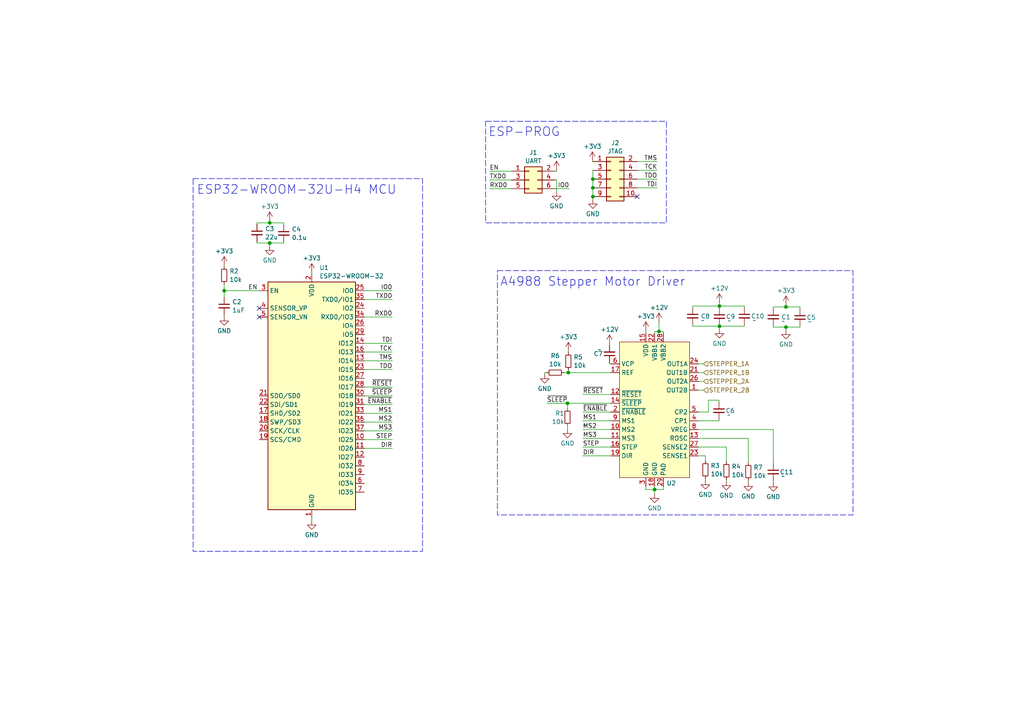
<source format=kicad_sch>
(kicad_sch (version 20230121) (generator eeschema)
  (paper "A4")
  (lib_symbols
    (symbol "Connector_Generic:Conn_02x03_Odd_Even" (pin_names (offset 1.016) hide)
      (property "Reference" "J" (at 1.27 5.08 0))
      (property "Value" "Conn_02x03_Odd_Even" (at 1.27 -5.08 0))
      (symbol "Conn_02x03_Odd_Even_1_1"
        (rectangle (start -1.27 -2.413) (end 0 -2.667) (stroke (width 0.1524)))
        (rectangle (start -1.27 0.127) (end 0 -0.127) (stroke (width 0.1524)))
        (rectangle (start -1.27 2.667) (end 0 2.413) (stroke (width 0.1524)))
        (rectangle (start -1.27 3.81) (end 3.81 -3.81) (stroke (width 0.254)) (fill (type background)))
        (rectangle (start 3.81 -2.413) (end 2.54 -2.667) (stroke (width 0.1524)))
        (rectangle (start 3.81 0.127) (end 2.54 -0.127) (stroke (width 0.1524)))
        (rectangle (start 3.81 2.667) (end 2.54 2.413) (stroke (width 0.1524)))
        (pin passive line (at -5.08 2.54 0) (length 3.81) (name "Pin_1") (number "1"))
        (pin passive line (at 7.62 2.54 180) (length 3.81) (name "Pin_2") (number "2"))
        (pin passive line (at -5.08 0 0) (length 3.81) (name "Pin_3") (number "3"))
        (pin passive line (at 7.62 0 180) (length 3.81) (name "Pin_4") (number "4"))
        (pin passive line (at -5.08 -2.54 0) (length 3.81) (name "Pin_5") (number "5"))
        (pin passive line (at 7.62 -2.54 180) (length 3.81) (name "Pin_6") (number "6"))
      )
    )
    (symbol "Connector_Generic:Conn_02x05_Odd_Even" (pin_names (offset 1.016) hide)
      (property "Reference" "J" (at 1.27 7.62 0))
      (property "Value" "Conn_02x05_Odd_Even" (at 1.27 -7.62 0))
      (symbol "Conn_02x05_Odd_Even_1_1"
        (rectangle (start -1.27 -4.953) (end 0 -5.207) (stroke (width 0.1524)))
        (rectangle (start -1.27 -2.413) (end 0 -2.667) (stroke (width 0.1524)))
        (rectangle (start -1.27 0.127) (end 0 -0.127) (stroke (width 0.1524)))
        (rectangle (start -1.27 2.667) (end 0 2.413) (stroke (width 0.1524)))
        (rectangle (start -1.27 5.207) (end 0 4.953) (stroke (width 0.1524)))
        (rectangle (start -1.27 6.35) (end 3.81 -6.35) (stroke (width 0.254)) (fill (type background)))
        (rectangle (start 3.81 -4.953) (end 2.54 -5.207) (stroke (width 0.1524)))
        (rectangle (start 3.81 -2.413) (end 2.54 -2.667) (stroke (width 0.1524)))
        (rectangle (start 3.81 0.127) (end 2.54 -0.127) (stroke (width 0.1524)))
        (rectangle (start 3.81 2.667) (end 2.54 2.413) (stroke (width 0.1524)))
        (rectangle (start 3.81 5.207) (end 2.54 4.953) (stroke (width 0.1524)))
        (pin passive line (at -5.08 5.08 0) (length 3.81) (name "Pin_1") (number "1"))
        (pin passive line (at 7.62 -5.08 180) (length 3.81) (name "Pin_10") (number "10"))
        (pin passive line (at 7.62 5.08 180) (length 3.81) (name "Pin_2") (number "2"))
        (pin passive line (at -5.08 2.54 0) (length 3.81) (name "Pin_3") (number "3"))
        (pin passive line (at 7.62 2.54 180) (length 3.81) (name "Pin_4") (number "4"))
        (pin passive line (at -5.08 0 0) (length 3.81) (name "Pin_5") (number "5"))
        (pin passive line (at 7.62 0 180) (length 3.81) (name "Pin_6") (number "6"))
        (pin passive line (at -5.08 -2.54 0) (length 3.81) (name "Pin_7") (number "7"))
        (pin passive line (at 7.62 -2.54 180) (length 3.81) (name "Pin_8") (number "8"))
        (pin passive line (at -5.08 -5.08 0) (length 3.81) (name "Pin_9") (number "9"))
      )
    )
    (symbol "Device:C_Small" (pin_numbers hide) (pin_names (offset 0.254) hide)
      (property "Reference" "C" (at 0.254 1.778 0))
      (property "Value" "C_Small" (at 0.254 -2.032 0))
      (symbol "C_Small_0_1"
        (polyline (pts (xy -1.524 -0.508) (xy 1.524 -0.508)) (stroke (width 0.3302)))
        (polyline (pts (xy -1.524 0.508) (xy 1.524 0.508)) (stroke (width 0.3048)))
      )
      (symbol "C_Small_1_1"
        (pin passive line (at 0 2.54 270) (length 2.032) (name "~") (number "1"))
        (pin passive line (at 0 -2.54 90) (length 2.032) (name "~") (number "2"))
      )
    )
    (symbol "Device:R_Small" (pin_numbers hide) (pin_names (offset 0.254) hide)
      (property "Reference" "R" (at 0.762 0.508 0))
      (property "Value" "R_Small" (at 0.762 -1.016 0))
      (symbol "R_Small_0_1"
        (rectangle (start -0.762 1.778) (end 0.762 -1.778) (stroke (width 0.2032)))
      )
      (symbol "R_Small_1_1"
        (pin passive line (at 0 2.54 270) (length 0.762) (name "~") (number "1"))
        (pin passive line (at 0 -2.54 90) (length 0.762) (name "~") (number "2"))
      )
    )
    (symbol "RF_Module:ESP32-WROOM-32"
      (property "Reference" "U" (at -12.7 34.29 0))
      (property "Value" "ESP32-WROOM-32" (at 1.27 34.29 0))
      (symbol "ESP32-WROOM-32_0_1"
        (rectangle (start -12.7 33.02) (end 12.7 -33.02) (stroke (width 0.254)) (fill (type background)))
      )
      (symbol "ESP32-WROOM-32_1_1"
        (pin power_in line (at 0 -35.56 90) (length 2.54) (name "GND") (number "1"))
        (pin bidirectional line (at 15.24 -12.7 180) (length 2.54) (name "IO25") (number "10"))
        (pin bidirectional line (at 15.24 -15.24 180) (length 2.54) (name "IO26") (number "11"))
        (pin bidirectional line (at 15.24 -17.78 180) (length 2.54) (name "IO27") (number "12"))
        (pin bidirectional line (at 15.24 10.16 180) (length 2.54) (name "IO14") (number "13"))
        (pin bidirectional line (at 15.24 15.24 180) (length 2.54) (name "IO12") (number "14"))
        (pin passive line (at 0 -35.56 90) (length 2.54) hide (name "GND") (number "15"))
        (pin bidirectional line (at 15.24 12.7 180) (length 2.54) (name "IO13") (number "16"))
        (pin bidirectional line (at -15.24 -5.08 0) (length 2.54) (name "SHD/SD2") (number "17"))
        (pin bidirectional line (at -15.24 -7.62 0) (length 2.54) (name "SWP/SD3") (number "18"))
        (pin bidirectional line (at -15.24 -12.7 0) (length 2.54) (name "SCS/CMD") (number "19"))
        (pin power_in line (at 0 35.56 270) (length 2.54) (name "VDD") (number "2"))
        (pin bidirectional line (at -15.24 -10.16 0) (length 2.54) (name "SCK/CLK") (number "20"))
        (pin bidirectional line (at -15.24 0 0) (length 2.54) (name "SDO/SD0") (number "21"))
        (pin bidirectional line (at -15.24 -2.54 0) (length 2.54) (name "SDI/SD1") (number "22"))
        (pin bidirectional line (at 15.24 7.62 180) (length 2.54) (name "IO15") (number "23"))
        (pin bidirectional line (at 15.24 25.4 180) (length 2.54) (name "IO2") (number "24"))
        (pin bidirectional line (at 15.24 30.48 180) (length 2.54) (name "IO0") (number "25"))
        (pin bidirectional line (at 15.24 20.32 180) (length 2.54) (name "IO4") (number "26"))
        (pin bidirectional line (at 15.24 5.08 180) (length 2.54) (name "IO16") (number "27"))
        (pin bidirectional line (at 15.24 2.54 180) (length 2.54) (name "IO17") (number "28"))
        (pin bidirectional line (at 15.24 17.78 180) (length 2.54) (name "IO5") (number "29"))
        (pin input line (at -15.24 30.48 0) (length 2.54) (name "EN") (number "3"))
        (pin bidirectional line (at 15.24 0 180) (length 2.54) (name "IO18") (number "30"))
        (pin bidirectional line (at 15.24 -2.54 180) (length 2.54) (name "IO19") (number "31"))
        (pin no_connect line (at -12.7 -27.94 0) (length 2.54) hide (name "NC") (number "32"))
        (pin bidirectional line (at 15.24 -5.08 180) (length 2.54) (name "IO21") (number "33"))
        (pin bidirectional line (at 15.24 22.86 180) (length 2.54) (name "RXD0/IO3") (number "34"))
        (pin bidirectional line (at 15.24 27.94 180) (length 2.54) (name "TXD0/IO1") (number "35"))
        (pin bidirectional line (at 15.24 -7.62 180) (length 2.54) (name "IO22") (number "36"))
        (pin bidirectional line (at 15.24 -10.16 180) (length 2.54) (name "IO23") (number "37"))
        (pin passive line (at 0 -35.56 90) (length 2.54) hide (name "GND") (number "38"))
        (pin passive line (at 0 -35.56 90) (length 2.54) hide (name "GND") (number "39"))
        (pin input line (at -15.24 25.4 0) (length 2.54) (name "SENSOR_VP") (number "4"))
        (pin input line (at -15.24 22.86 0) (length 2.54) (name "SENSOR_VN") (number "5"))
        (pin input line (at 15.24 -25.4 180) (length 2.54) (name "IO34") (number "6"))
        (pin input line (at 15.24 -27.94 180) (length 2.54) (name "IO35") (number "7"))
        (pin bidirectional line (at 15.24 -20.32 180) (length 2.54) (name "IO32") (number "8"))
        (pin bidirectional line (at 15.24 -22.86 180) (length 2.54) (name "IO33") (number "9"))
      )
    )
    (symbol "custom:A4988"
      (property "Reference" "U" (at -1.27 1.27 0))
      (symbol "A4988_0_0"
        (pin output line (at 22.86 -13.97 180) (length 2.54) (name "OUT2B") (number "1"))
        (pin input line (at -2.54 -25.4 0) (length 2.54) (name "MS2") (number "10"))
        (pin input line (at -2.54 -27.94 0) (length 2.54) (name "MS3") (number "11"))
        (pin passive line (at 22.86 -27.94 180) (length 2.54) (name "ROSC") (number "13"))
        (pin power_in line (at 7.62 2.54 270) (length 2.54) (name "VDD") (number "15"))
        (pin input line (at -2.54 -30.48 0) (length 2.54) (name "STEP") (number "16"))
        (pin passive line (at -2.54 -8.89 0) (length 2.54) (name "REF") (number "17"))
        (pin power_in line (at 10.16 -41.91 90) (length 2.54) (name "GND") (number "18"))
        (pin input line (at -2.54 -33.02 0) (length 2.54) (name "DIR") (number "19"))
        (pin output line (at 22.86 -8.89 180) (length 2.54) (name "OUT1B") (number "21"))
        (pin power_in line (at 10.16 2.54 270) (length 2.54) (name "VBB1") (number "22"))
        (pin passive line (at 22.86 -33.02 180) (length 2.54) (name "SENSE1") (number "23"))
        (pin output line (at 22.86 -6.35 180) (length 2.54) (name "OUT1A") (number "24"))
        (pin output line (at 22.86 -11.43 180) (length 2.54) (name "OUT2A") (number "26"))
        (pin passive line (at 22.86 -30.48 180) (length 2.54) (name "SENSE2") (number "27"))
        (pin power_in line (at 12.7 2.54 270) (length 2.54) (name "VBB2") (number "28"))
        (pin power_in line (at 7.62 -41.91 90) (length 2.54) (name "GND") (number "3"))
        (pin passive line (at 22.86 -22.86 180) (length 2.54) (name "CP1") (number "4"))
        (pin passive line (at 22.86 -20.32 180) (length 2.54) (name "CP2") (number "5"))
        (pin passive line (at -2.54 -6.35 0) (length 2.54) (name "VCP") (number "6"))
        (pin passive line (at 22.86 -25.4 180) (length 2.54) (name "VREG") (number "8"))
        (pin input line (at -2.54 -22.86 0) (length 2.54) (name "MS1") (number "9"))
      )
      (symbol "A4988_1_0"
        (pin input line (at -2.54 -15.24 0) (length 2.54) (name "~{RESET}") (number "12"))
        (pin input line (at -2.54 -17.78 0) (length 2.54) (name "~{SLEEP}") (number "14"))
        (pin input line (at -2.54 -20.32 0) (length 2.54) (name "~{ENABLE}") (number "2"))
        (pin no_connect line (at 2.54 -41.91 90) (length 2.54) hide (name "NC") (number "20"))
        (pin no_connect line (at 16.51 -41.91 90) (length 2.54) hide (name "NC") (number "25"))
        (pin power_in line (at 12.7 -41.91 90) (length 2.54) (name "PAD") (number "29"))
        (pin no_connect line (at 5.08 -41.91 90) (length 2.54) hide (name "NC") (number "7"))
      )
      (symbol "A4988_1_1"
        (rectangle (start 0 0) (end 20.32 -39.37) (fill (type background)))
      )
    )
    (symbol "power:+12V" (power) (pin_names (offset 0))
      (property "Value" "+12V" (at 0 3.556 0))
      (symbol "+12V_0_1"
        (polyline (pts (xy -0.762 1.27) (xy 0 2.54)))
        (polyline (pts (xy 0 0) (xy 0 2.54)))
        (polyline (pts (xy 0 2.54) (xy 0.762 1.27)))
      )
      (symbol "+12V_1_1"
        (pin power_in line (at 0 0 90) (length 0) hide (name "+12V") (number "1"))
      )
    )
    (symbol "power:+3V3" (power) (pin_names (offset 0))
      (property "Value" "+3V3" (at 0 3.556 0))
      (symbol "+3V3_0_1"
        (polyline (pts (xy -0.762 1.27) (xy 0 2.54)))
        (polyline (pts (xy 0 0) (xy 0 2.54)))
        (polyline (pts (xy 0 2.54) (xy 0.762 1.27)))
      )
      (symbol "+3V3_1_1"
        (pin power_in line (at 0 0 90) (length 0) hide (name "+3V3") (number "1"))
      )
    )
    (symbol "power:GND" (power) (pin_names (offset 0))
      (property "Value" "GND" (at 0 -3.81 0))
      (symbol "GND_0_1"
        (polyline (pts (xy 0 0) (xy 0 -1.27) (xy 1.27 -1.27) (xy 0 -2.54) (xy -1.27 -1.27) (xy 0 -1.27)))
      )
      (symbol "GND_1_1"
        (pin power_in line (at 0 0 270) (length 0) hide (name "GND") (number "1"))
      )
    )
  )
  (junction (at 65.024 84.328))
  (junction (at 171.958 51.943))
  (junction (at 208.661 88.773))
  (junction (at 164.846 108.077))
  (junction (at 208.661 94.615))
  (junction (at 189.865 141.986))
  (junction (at 164.592 116.967))
  (junction (at 227.965 94.869))
  (junction (at 191.135 96.139))
  (junction (at 78.232 64.643))
  (junction (at 227.965 89.027))
  (junction (at 78.232 70.485))
  (junction (at 171.958 54.483))
  (junction (at 171.958 57.023))
  (no_connect (at 75.184 91.948))
  (no_connect (at 75.184 89.408))
  (no_connect (at 184.785 57.023))
  (wire (pts (xy 227.965 94.869) (xy 227.965 95.758)))
  (wire (pts (xy 202.565 110.617) (xy 204.089 110.617)))
  (wire (pts (xy 208.534 122.047) (xy 208.534 121.666)))
  (wire (pts (xy 165.1 54.737) (xy 161.036 54.737)))
  (wire (pts (xy 171.958 57.023) (xy 172.085 57.023)))
  (wire (pts (xy 164.592 123.571) (xy 164.592 124.46)))
  (wire (pts (xy 74.549 65.024) (xy 74.549 64.643)))
  (wire (pts (xy 224.282 139.446) (xy 224.282 139.954)))
  (wire (pts (xy 90.424 78.994) (xy 90.424 79.248)))
  (wire (pts (xy 161.036 52.197) (xy 161.417 52.197)))
  (wire (pts (xy 177.165 114.427) (xy 169.037 114.427)))
  (wire (pts (xy 141.986 54.737) (xy 148.336 54.737)))
  (wire (pts (xy 164.846 108.077) (xy 164.846 107.315)))
  (wire (pts (xy 224.282 124.587) (xy 224.282 134.366)))
  (wire (pts (xy 208.661 94.615) (xy 208.661 94.361)))
  (wire (pts (xy 141.986 49.657) (xy 148.336 49.657)))
  (wire (pts (xy 192.405 96.139) (xy 192.405 96.647)))
  (wire (pts (xy 105.664 127.508) (xy 113.792 127.508)))
  (wire (pts (xy 217.043 139.319) (xy 217.043 139.827)))
  (wire (pts (xy 90.424 150.368) (xy 90.424 151.003)))
  (wire (pts (xy 105.664 84.328) (xy 113.792 84.328)))
  (wire (pts (xy 208.534 116.078) (xy 205.486 116.078)))
  (wire (pts (xy 200.914 94.234) (xy 200.914 94.615)))
  (wire (pts (xy 184.785 49.403) (xy 190.627 49.403)))
  (wire (pts (xy 105.664 107.188) (xy 113.792 107.188)))
  (wire (pts (xy 105.664 86.868) (xy 113.792 86.868)))
  (wire (pts (xy 189.865 96.647) (xy 189.865 96.139)))
  (wire (pts (xy 189.865 96.139) (xy 191.135 96.139)))
  (wire (pts (xy 208.534 116.078) (xy 208.534 116.586)))
  (wire (pts (xy 105.664 99.568) (xy 113.792 99.568)))
  (wire (pts (xy 202.565 127.127) (xy 217.043 127.127)))
  (wire (pts (xy 205.486 119.507) (xy 202.565 119.507)))
  (wire (pts (xy 191.135 96.139) (xy 192.405 96.139)))
  (wire (pts (xy 204.597 132.207) (xy 204.597 133.731)))
  (wire (pts (xy 65.024 84.328) (xy 65.024 86.233)))
  (wire (pts (xy 208.661 94.615) (xy 208.661 95.504)))
  (wire (pts (xy 177.165 129.667) (xy 169.037 129.667)))
  (wire (pts (xy 176.784 99.695) (xy 176.784 100.076)))
  (wire (pts (xy 210.693 129.667) (xy 210.693 133.985)))
  (wire (pts (xy 157.988 108.077) (xy 158.496 108.077)))
  (wire (pts (xy 177.165 105.537) (xy 176.784 105.537)))
  (wire (pts (xy 227.965 89.027) (xy 232.029 89.027)))
  (wire (pts (xy 78.232 70.485) (xy 78.232 71.374)))
  (wire (pts (xy 192.405 141.986) (xy 192.405 141.097)))
  (wire (pts (xy 202.565 108.077) (xy 204.089 108.077)))
  (wire (pts (xy 65.024 91.313) (xy 65.024 91.821)))
  (wire (pts (xy 171.958 54.483) (xy 172.085 54.483)))
  (wire (pts (xy 65.024 82.423) (xy 65.024 84.328)))
  (wire (pts (xy 82.296 64.643) (xy 82.296 65.151)))
  (wire (pts (xy 105.664 122.428) (xy 113.792 122.428)))
  (wire (pts (xy 215.9 88.773) (xy 215.9 89.154)))
  (wire (pts (xy 65.024 84.328) (xy 75.184 84.328)))
  (wire (pts (xy 191.135 93.345) (xy 191.135 96.139)))
  (wire (pts (xy 205.486 116.078) (xy 205.486 119.507)))
  (wire (pts (xy 105.664 124.968) (xy 113.792 124.968)))
  (wire (pts (xy 158.623 116.967) (xy 164.592 116.967)))
  (wire (pts (xy 189.865 141.097) (xy 189.865 141.986)))
  (wire (pts (xy 171.958 51.943) (xy 172.085 51.943)))
  (wire (pts (xy 171.831 46.609) (xy 171.831 46.863)))
  (wire (pts (xy 208.661 88.773) (xy 208.661 89.281)))
  (wire (pts (xy 141.986 52.197) (xy 148.336 52.197)))
  (wire (pts (xy 189.865 141.986) (xy 192.405 141.986)))
  (wire (pts (xy 177.165 124.587) (xy 169.037 124.587)))
  (wire (pts (xy 171.958 57.023) (xy 171.958 57.912)))
  (wire (pts (xy 190.627 46.863) (xy 184.785 46.863)))
  (wire (pts (xy 232.029 94.869) (xy 232.029 94.615)))
  (wire (pts (xy 105.664 130.048) (xy 113.792 130.048)))
  (wire (pts (xy 204.597 138.811) (xy 204.597 139.319)))
  (wire (pts (xy 208.661 87.757) (xy 208.661 88.773)))
  (wire (pts (xy 177.165 132.207) (xy 169.037 132.207)))
  (wire (pts (xy 200.914 94.615) (xy 208.661 94.615)))
  (wire (pts (xy 210.693 139.065) (xy 210.693 139.573)))
  (wire (pts (xy 105.664 91.948) (xy 113.792 91.948)))
  (wire (pts (xy 78.232 64.643) (xy 82.296 64.643)))
  (wire (pts (xy 164.592 116.967) (xy 164.592 118.491)))
  (wire (pts (xy 227.965 94.869) (xy 232.029 94.869)))
  (wire (pts (xy 232.029 89.027) (xy 232.029 89.535)))
  (wire (pts (xy 202.565 124.587) (xy 224.282 124.587)))
  (wire (pts (xy 202.565 122.047) (xy 208.534 122.047)))
  (wire (pts (xy 187.325 141.986) (xy 189.865 141.986)))
  (wire (pts (xy 74.549 70.104) (xy 74.549 70.485)))
  (wire (pts (xy 172.085 49.403) (xy 171.958 49.403)))
  (wire (pts (xy 202.565 113.157) (xy 204.089 113.157)))
  (wire (pts (xy 171.958 54.483) (xy 171.958 57.023)))
  (wire (pts (xy 163.576 108.077) (xy 164.846 108.077)))
  (wire (pts (xy 164.846 101.854) (xy 164.846 102.235)))
  (wire (pts (xy 224.282 89.027) (xy 227.965 89.027)))
  (wire (pts (xy 74.549 70.485) (xy 78.232 70.485)))
  (wire (pts (xy 224.282 89.408) (xy 224.282 89.027)))
  (wire (pts (xy 200.914 88.773) (xy 208.661 88.773)))
  (wire (pts (xy 202.565 105.537) (xy 204.089 105.537)))
  (wire (pts (xy 105.664 112.268) (xy 113.792 112.268)))
  (wire (pts (xy 187.325 141.097) (xy 187.325 141.986)))
  (wire (pts (xy 224.282 94.488) (xy 224.282 94.869)))
  (wire (pts (xy 78.232 64.008) (xy 78.232 64.643)))
  (wire (pts (xy 74.549 64.643) (xy 78.232 64.643)))
  (wire (pts (xy 105.664 114.808) (xy 113.792 114.808)))
  (wire (pts (xy 176.784 105.537) (xy 176.784 105.156)))
  (wire (pts (xy 217.043 127.127) (xy 217.043 134.239)))
  (wire (pts (xy 184.785 54.483) (xy 190.627 54.483)))
  (wire (pts (xy 105.664 119.888) (xy 113.792 119.888)))
  (wire (pts (xy 177.165 116.967) (xy 164.592 116.967)))
  (wire (pts (xy 171.958 49.403) (xy 171.958 51.943)))
  (wire (pts (xy 224.282 94.869) (xy 227.965 94.869)))
  (wire (pts (xy 161.417 49.657) (xy 161.417 49.276)))
  (wire (pts (xy 215.9 94.615) (xy 208.661 94.615)))
  (wire (pts (xy 177.165 127.127) (xy 169.037 127.127)))
  (wire (pts (xy 171.831 46.863) (xy 172.085 46.863)))
  (wire (pts (xy 65.024 76.962) (xy 65.024 77.343)))
  (wire (pts (xy 177.165 108.077) (xy 164.846 108.077)))
  (wire (pts (xy 161.417 52.197) (xy 161.417 55.626)))
  (wire (pts (xy 215.9 94.234) (xy 215.9 94.615)))
  (wire (pts (xy 189.865 141.986) (xy 189.865 143.256)))
  (wire (pts (xy 177.165 122.047) (xy 169.037 122.047)))
  (wire (pts (xy 169.037 119.507) (xy 177.165 119.507)))
  (wire (pts (xy 208.661 88.773) (xy 215.9 88.773)))
  (wire (pts (xy 113.792 104.648) (xy 105.664 104.648)))
  (wire (pts (xy 78.232 70.485) (xy 82.296 70.485)))
  (wire (pts (xy 210.693 129.667) (xy 202.565 129.667)))
  (wire (pts (xy 227.965 88.392) (xy 227.965 89.027)))
  (wire (pts (xy 105.664 102.108) (xy 113.792 102.108)))
  (wire (pts (xy 202.565 132.207) (xy 204.597 132.207)))
  (wire (pts (xy 82.296 70.485) (xy 82.296 70.231)))
  (wire (pts (xy 200.914 89.154) (xy 200.914 88.773)))
  (wire (pts (xy 113.792 117.348) (xy 105.664 117.348)))
  (wire (pts (xy 187.325 95.885) (xy 187.325 96.647)))
  (wire (pts (xy 184.785 51.943) (xy 190.627 51.943)))
  (wire (pts (xy 161.036 49.657) (xy 161.417 49.657)))
  (wire (pts (xy 171.958 51.943) (xy 171.958 54.483)))
  (wire (pts (xy 157.988 108.585) (xy 157.988 108.077)))
  (rectangle (start 56.007 51.816) (end 122.555 159.893) (stroke (width 0) (type dash)))
  (rectangle (start 140.843 35.179) (end 193.294 64.643) (stroke (width 0) (type dash)))
  (rectangle (start 144.272 78.486) (end 247.396 149.352) (stroke (width 0) (type dash)))
  (text "ESP-PROG" (at 141.605 39.878 0) (effects (font (size 2.54 2.54)) (justify left bottom)))
  (text "A4988 Stepper Motor Driver" (at 145.034 83.312 0) (effects (font (size 2.54 2.54)) (justify left bottom)))
  (text "ESP32-WROOM-32U-H4 MCU" (at 57.023 56.642 0) (effects (font (size 2.54 2.54)) (justify left bottom)))
  (label "RXD0" (at 141.986 54.737 0))
  (label "TMS" (at 113.792 104.648 180))
  (label "~{ENABLE}" (at 169.037 119.507 0))
  (label "DIR" (at 113.792 130.048 180))
  (label "MS1" (at 169.037 122.047 0))
  (label "IO0" (at 165.1 54.737 180))
  (label "TMS" (at 190.627 46.863 180))
  (label "~{RESET}" (at 169.037 114.427 0))
  (label "MS3" (at 169.037 127.127 0))
  (label "~{RESET}" (at 113.792 112.268 180))
  (label "MS2" (at 169.037 124.587 0))
  (label "EN" (at 141.986 49.657 0))
  (label "TDO" (at 113.792 107.188 180))
  (label "~{SLEEP}" (at 113.792 114.808 180))
  (label "TCK" (at 113.792 102.108 180))
  (label "TDI" (at 113.792 99.568 180))
  (label "TDI" (at 190.627 54.483 180))
  (label "~{ENABLE}" (at 113.792 117.348 180))
  (label "MS2" (at 113.792 122.428 180))
  (label "MS1" (at 113.792 119.888 180))
  (label "MS3" (at 113.792 124.968 180))
  (label "~{SLEEP}" (at 158.623 116.967 0))
  (label "STEP" (at 113.792 127.508 180))
  (label "TCK" (at 190.627 49.403 180))
  (label "TXD0" (at 113.792 86.868 180))
  (label "RXD0" (at 113.792 91.948 180))
  (label "IO0" (at 113.792 84.328 180))
  (label "EN" (at 74.676 84.328 180))
  (label "STEP" (at 169.037 129.667 0))
  (label "TXD0" (at 141.986 52.197 0))
  (label "TDO" (at 190.627 51.943 180))
  (label "DIR" (at 169.037 132.207 0))
  (hierarchical_label "STEPPER_2B" (shape input) (at 204.089 113.157 0))
  (hierarchical_label "STEPPER_1A" (shape input) (at 204.089 105.537 0))
  (hierarchical_label "STEPPER_1B" (shape input) (at 204.089 108.077 0))
  (hierarchical_label "STEPPER_2A" (shape input) (at 204.089 110.617 0))
  (symbol (lib_id "power:GND") (at 164.592 124.46 0) (unit 1)
    (property "Reference" "#PWR019" (effects hide))
    (property "Value" "GND" (at 164.592 128.5931 0))
  )
  (symbol (lib_id "power:GND") (at 204.597 139.319 0) (unit 1)
    (property "Reference" "#PWR020" (effects hide))
    (property "Value" "GND" (at 204.597 143.4521 0))
  )
  (symbol (lib_id "power:+3V3") (at 161.417 49.276 0) (unit 1)
    (property "Reference" "#PWR02" (effects hide))
    (property "Value" "+3V3" (at 161.417 45.1429 0))
  )
  (symbol (lib_id "power:GND") (at 210.693 139.573 0) (unit 1)
    (property "Reference" "#PWR021" (effects hide))
    (property "Value" "GND" (at 210.693 143.7061 0))
  )
  (symbol (lib_id "Device:R_Small") (at 217.043 136.779 0) (unit 1)
    (property "Reference" "R7" (at 218.5416 135.5669 0) (effects (justify left)))
    (property "Value" "10k" (at 218.5416 137.9911 0) (effects (justify left)))
  )
  (symbol (lib_id "power:+12V") (at 176.784 99.695 0) (unit 1)
    (property "Reference" "#PWR016" (effects hide))
    (property "Value" "+12V" (at 176.784 95.5619 0))
  )
  (symbol (lib_id "Connector_Generic:Conn_02x05_Odd_Even") (at 177.165 51.943 0) (unit 1)
    (property "Reference" "J2" (at 178.435 41.4487 0))
    (property "Value" "JTAG" (at 178.435 43.8729 0))
  )
  (symbol (lib_id "power:+3V3") (at 171.831 46.609 0) (unit 1)
    (property "Reference" "#PWR010" (effects hide))
    (property "Value" "+3V3" (at 171.831 42.4759 0))
  )
  (symbol (lib_id "power:+12V") (at 208.661 87.757 0) (unit 1)
    (property "Reference" "#PWR017" (effects hide))
    (property "Value" "+12V" (at 208.661 83.6239 0))
  )
  (symbol (lib_id "Device:C_Small") (at 74.549 67.564 0) (unit 1)
    (property "Reference" "C3" (at 76.8731 66.3582 0) (effects (justify left)))
    (property "Value" "22u" (at 76.8731 68.7824 0) (effects (justify left)))
  )
  (symbol (lib_id "Device:R_Small") (at 65.024 79.883 0) (unit 1)
    (property "Reference" "R2" (at 66.5226 78.6709 0) (effects (justify left)))
    (property "Value" "10k" (at 66.5226 81.0951 0) (effects (justify left)))
  )
  (symbol (lib_id "power:+3V3") (at 65.024 76.962 0) (unit 1)
    (property "Reference" "#PWR06" (effects hide))
    (property "Value" "+3V3" (at 65.024 72.8289 0))
  )
  (symbol (lib_id "power:GND") (at 171.958 57.912 0) (unit 1)
    (property "Reference" "#PWR011" (effects hide))
    (property "Value" "GND" (at 171.958 62.0451 0))
  )
  (symbol (lib_id "Device:R_Small") (at 164.592 121.031 0) (unit 1)
    (property "Reference" "R1" (at 163.703 119.888 0) (effects (justify right)))
    (property "Value" "10k" (at 163.703 122.3122 0) (effects (justify right)))
  )
  (symbol (lib_id "power:GND") (at 224.282 139.954 0) (unit 1)
    (property "Reference" "#PWR025" (effects hide))
    (property "Value" "GND" (at 224.282 144.0871 0))
  )
  (symbol (lib_id "power:GND") (at 208.661 95.504 0) (unit 1)
    (property "Reference" "#PWR018" (effects hide))
    (property "Value" "GND" (at 208.661 99.6371 0))
  )
  (symbol (lib_id "power:GND") (at 161.417 55.626 0) (unit 1)
    (property "Reference" "#PWR03" (effects hide))
    (property "Value" "GND" (at 161.417 59.7591 0))
  )
  (symbol (lib_id "power:+12V") (at 191.135 93.345 0) (unit 1)
    (property "Reference" "#PWR012" (effects hide))
    (property "Value" "+12V" (at 191.135 89.2119 0))
  )
  (symbol (lib_id "Device:C_Small") (at 224.282 136.906 0) (unit 1)
    (property "Reference" "C11" (at 226.187 136.906 0) (effects (justify left)))
    (property "Value" "~" (at 226.6061 138.1244 0) (effects (justify left)))
  )
  (symbol (lib_id "power:GND") (at 157.988 108.585 0) (unit 1)
    (property "Reference" "#PWR022" (effects hide))
    (property "Value" "GND" (at 157.988 112.7181 0))
  )
  (symbol (lib_id "Device:C_Small") (at 208.661 91.821 0) (unit 1)
    (property "Reference" "C9" (at 210.566 91.821 0) (effects (justify left)))
    (property "Value" "~" (at 210.9851 93.0394 0) (effects (justify left)))
  )
  (symbol (lib_id "Device:C_Small") (at 208.534 119.126 0) (unit 1)
    (property "Reference" "C6" (at 210.439 119.126 0) (effects (justify left)))
    (property "Value" "~" (at 210.8581 120.3444 0) (effects (justify left)))
  )
  (symbol (lib_id "RF_Module:ESP32-WROOM-32") (at 90.424 114.808 0) (unit 1)
    (property "Reference" "U1" (at 92.6181 77.6437 0) (effects (justify left)))
    (property "Value" "ESP32-WROOM-32" (at 92.6181 80.0679 0) (effects (justify left)))
    (property "Footprint" "RF_Module:ESP32-WROOM-32" (effects hide))
    (property "Datasheet" "https://www.espressif.com/sites/default/files/documentation/esp32-wroom-32_datasheet_en.pdf" (effects hide))
  )
  (symbol (lib_id "Device:R_Small") (at 204.597 136.271 0) (unit 1)
    (property "Reference" "R3" (at 206.0956 135.0589 0) (effects (justify left)))
    (property "Value" "10k" (at 206.0956 137.4831 0) (effects (justify left)))
  )
  (symbol (lib_id "Device:C_Small") (at 82.296 67.691 0) (unit 1)
    (property "Reference" "C4" (at 84.6201 66.4852 0) (effects (justify left)))
    (property "Value" "0.1u" (at 84.6201 68.9094 0) (effects (justify left)))
  )
  (symbol (lib_id "power:+3V3") (at 90.424 78.994 0) (unit 1)
    (property "Reference" "#PWR08" (effects hide))
    (property "Value" "+3V3" (at 90.424 74.8609 0))
  )
  (symbol (lib_id "power:+3V3") (at 227.965 88.392 0) (unit 1)
    (property "Reference" "#PWR014" (effects hide))
    (property "Value" "+3V3" (at 227.965 84.2589 0))
  )
  (symbol (lib_id "Device:C_Small") (at 65.024 88.773 0) (unit 1)
    (property "Reference" "C2" (at 67.3481 87.5672 0) (effects (justify left)))
    (property "Value" "1uF" (at 67.3481 89.9914 0) (effects (justify left)))
  )
  (symbol (lib_id "Device:C_Small") (at 200.914 91.694 0) (unit 1)
    (property "Reference" "C8" (at 203.2381 91.7003 0) (effects (justify left)))
    (property "Value" "~" (at 203.2381 92.9124 0) (effects (justify left)))
  )
  (symbol (lib_id "power:GND") (at 217.043 139.827 0) (unit 1)
    (property "Reference" "#PWR024" (effects hide))
    (property "Value" "GND" (at 217.043 143.9601 0))
  )
  (symbol (lib_id "power:GND") (at 78.232 71.374 0) (unit 1)
    (property "Reference" "#PWR09" (effects hide))
    (property "Value" "GND" (at 78.232 75.5071 0))
  )
  (symbol (lib_id "power:+3V3") (at 78.232 64.008 0) (unit 1)
    (property "Reference" "#PWR07" (effects hide))
    (property "Value" "+3V3" (at 78.232 59.8749 0))
  )
  (symbol (lib_id "Device:R_Small") (at 210.693 136.525 0) (unit 1)
    (property "Reference" "R4" (at 212.1916 135.3129 0) (effects (justify left)))
    (property "Value" "10k" (at 212.1916 137.7371 0) (effects (justify left)))
  )
  (symbol (lib_id "power:GND") (at 189.865 143.256 0) (unit 1)
    (property "Reference" "#PWR013" (effects hide))
    (property "Value" "GND" (at 189.865 147.3891 0))
  )
  (symbol (lib_id "power:GND") (at 90.424 151.003 0) (unit 1)
    (property "Reference" "#PWR01" (effects hide))
    (property "Value" "GND" (at 90.424 155.1361 0))
  )
  (symbol (lib_id "power:+3V3") (at 187.325 95.885 0) (unit 1)
    (property "Reference" "#PWR04" (effects hide))
    (property "Value" "+3V3" (at 187.325 91.7519 0))
  )
  (symbol (lib_id "Device:R_Small") (at 161.036 108.077 90) (unit 1)
    (property "Reference" "R6" (at 161.036 103.1961 90))
    (property "Value" "10k" (at 161.036 105.6203 90))
  )
  (symbol (lib_id "Device:C_Small") (at 176.784 102.616 180) (unit 1)
    (property "Reference" "C7" (at 174.879 102.616 0) (effects (justify left)))
    (property "Value" "~" (at 174.4599 101.3976 0) (effects (justify left)))
  )
  (symbol (lib_id "Connector_Generic:Conn_02x03_Odd_Even") (at 153.416 52.197 0) (unit 1)
    (property "Reference" "J1" (at 154.686 44.2427 0))
    (property "Value" "UART" (at 154.686 46.6669 0))
  )
  (symbol (lib_id "Device:C_Small") (at 215.9 91.694 0) (unit 1)
    (property "Reference" "C10" (at 217.805 91.694 0) (effects (justify left)))
    (property "Value" "~" (at 218.2241 92.9124 0) (effects (justify left)))
  )
  (symbol (lib_id "Device:R_Small") (at 164.846 104.775 0) (unit 1)
    (property "Reference" "R5" (at 166.3446 103.5629 0) (effects (justify left)))
    (property "Value" "10k" (at 166.3446 105.9871 0) (effects (justify left)))
  )
  (symbol (lib_id "power:GND") (at 65.024 91.821 0) (unit 1)
    (property "Reference" "#PWR05" (effects hide))
    (property "Value" "GND" (at 65.024 95.9541 0))
  )
  (symbol (lib_id "Device:C_Small") (at 224.282 91.948 0) (unit 1)
    (property "Reference" "C1" (at 226.6061 91.9543 0) (effects (justify left)))
    (property "Value" "~" (at 226.6061 93.1664 0) (effects (justify left)))
  )
  (symbol (lib_id "custom:A4988") (at 179.705 99.187 0) (unit 1)
    (property "Reference" "U2" (at 193.3291 140.1501 0) (effects (justify left)))
    (property "Value" "~" (at 169.545 123.317 0))
    (property "Footprint" "Package_DFN_QFN:QFN-28-1EP_5x5mm_P0.5mm_EP3.1x3.1mm_ThermalVias" (effects hide))
  )
  (symbol (lib_id "Device:C_Small") (at 232.029 92.075 0) (unit 1)
    (property "Reference" "C5" (at 233.934 92.075 0) (effects (justify left)))
    (property "Value" "~" (at 234.3531 93.2934 0) (effects (justify left)))
  )
  (symbol (lib_id "power:GND") (at 227.965 95.758 0) (unit 1)
    (property "Reference" "#PWR015" (effects hide))
    (property "Value" "GND" (at 227.965 99.8911 0))
  )
  (symbol (lib_id "power:+3V3") (at 164.846 101.854 0) (unit 1)
    (property "Reference" "#PWR023" (effects hide))
    (property "Value" "+3V3" (at 164.846 97.7209 0))
  )
)
</source>
